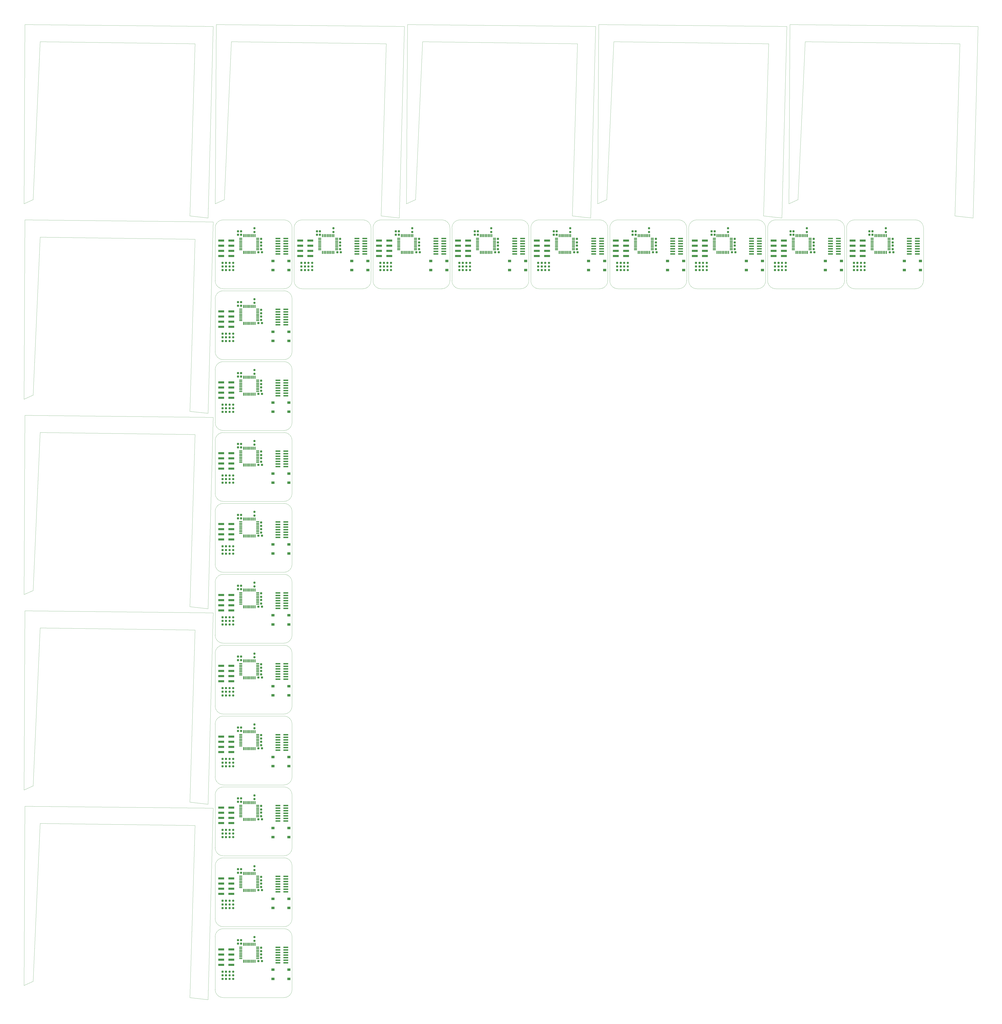
<source format=gbr>
%TF.GenerationSoftware,KiCad,Pcbnew,7.0.6-7.0.6~ubuntu20.04.1*%
%TF.CreationDate,2023-07-11T09:00:34+02:00*%
%TF.ProjectId,output_panel2023-07-11_070008.8206480000,6f757470-7574-45f7-9061-6e656c323032,rev?*%
%TF.SameCoordinates,Original*%
%TF.FileFunction,Paste,Top*%
%TF.FilePolarity,Positive*%
%FSLAX45Y45*%
G04 Gerber Fmt 4.5, Leading zero omitted, Abs format (unit mm)*
G04 Created by KiCad (PCBNEW 7.0.6-7.0.6~ubuntu20.04.1) date 2023-07-11 09:00:34*
%MOMM*%
%LPD*%
G01*
G04 APERTURE LIST*
G04 Aperture macros list*
%AMRoundRect*
0 Rectangle with rounded corners*
0 $1 Rounding radius*
0 $2 $3 $4 $5 $6 $7 $8 $9 X,Y pos of 4 corners*
0 Add a 4 corners polygon primitive as box body*
4,1,4,$2,$3,$4,$5,$6,$7,$8,$9,$2,$3,0*
0 Add four circle primitives for the rounded corners*
1,1,$1+$1,$2,$3*
1,1,$1+$1,$4,$5*
1,1,$1+$1,$6,$7*
1,1,$1+$1,$8,$9*
0 Add four rect primitives between the rounded corners*
20,1,$1+$1,$2,$3,$4,$5,0*
20,1,$1+$1,$4,$5,$6,$7,0*
20,1,$1+$1,$6,$7,$8,$9,0*
20,1,$1+$1,$8,$9,$2,$3,0*%
G04 Aperture macros list end*
%TA.AperFunction,Profile*%
%ADD10C,0.100000*%
%TD*%
%TA.AperFunction,Profile*%
%ADD11C,0.050000*%
%TD*%
%ADD12RoundRect,0.237500X0.287500X0.237500X-0.287500X0.237500X-0.287500X-0.237500X0.287500X-0.237500X0*%
%ADD13R,2.400000X0.740000*%
%ADD14RoundRect,0.237500X-0.250000X-0.237500X0.250000X-0.237500X0.250000X0.237500X-0.250000X0.237500X0*%
%ADD15RoundRect,0.125000X0.625000X0.125000X-0.625000X0.125000X-0.625000X-0.125000X0.625000X-0.125000X0*%
%ADD16RoundRect,0.125000X0.125000X0.625000X-0.125000X0.625000X-0.125000X-0.625000X0.125000X-0.625000X0*%
%ADD17RoundRect,0.237500X-0.300000X-0.237500X0.300000X-0.237500X0.300000X0.237500X-0.300000X0.237500X0*%
%ADD18RoundRect,0.237500X0.237500X-0.300000X0.237500X0.300000X-0.237500X0.300000X-0.237500X-0.300000X0*%
%ADD19R,1.550000X1.300000*%
%ADD20RoundRect,0.237500X0.237500X-0.250000X0.237500X0.250000X-0.237500X0.250000X-0.237500X-0.250000X0*%
%ADD21R,3.000000X1.000000*%
G04 APERTURE END LIST*
D10*
X36799979Y-12699691D02*
G75*
G03*
X37199982Y-13099691I400001J1D01*
G01*
X32799979Y-10099691D02*
G75*
G03*
X32399982Y-9699691I-399999J1D01*
G01*
D11*
X9149999Y-9599997D02*
X8249999Y-9499997D01*
D10*
X25099979Y-12699691D02*
G75*
G03*
X25499982Y-13099691I400001J1D01*
G01*
X41099982Y-9699692D02*
G75*
G03*
X40699982Y-10099691I-2J-399998D01*
G01*
X9899982Y-44699692D02*
G75*
G03*
X9499982Y-45099691I-2J-399998D01*
G01*
X41099982Y-9699691D02*
X44099982Y-9699691D01*
X13299979Y-10099691D02*
G75*
G03*
X12899982Y-9699691I-399999J1D01*
G01*
D11*
X17699981Y-9499997D02*
X17949981Y-999997D01*
X849999Y-20199380D02*
X499999Y-27999380D01*
D10*
X9899982Y-34199692D02*
G75*
G03*
X9499982Y-34599691I-2J-399998D01*
G01*
D11*
X49999Y-8899997D02*
X99999Y-49997D01*
D10*
X32799982Y-10099691D02*
X32799982Y-12699691D01*
X33299982Y-9699692D02*
G75*
G03*
X32899982Y-10099691I-2J-399998D01*
G01*
D11*
X8499999Y-39598762D02*
X849999Y-39498762D01*
D10*
X21199979Y-12699691D02*
G75*
G03*
X21599982Y-13099691I400001J1D01*
G01*
X9899982Y-13199692D02*
G75*
G03*
X9499982Y-13599691I-2J-399998D01*
G01*
X21599982Y-9699691D02*
X24599982Y-9699691D01*
X37199982Y-9699692D02*
G75*
G03*
X36799982Y-10099691I-2J-399998D01*
G01*
D11*
X19749963Y-899997D02*
X19399963Y-8699997D01*
D10*
X13299982Y-31099691D02*
X13299982Y-33699691D01*
X9899982Y-16699692D02*
G75*
G03*
X9499982Y-17099691I-2J-399998D01*
G01*
X9499982Y-26699691D02*
X9499982Y-24099691D01*
X13299982Y-34599691D02*
X13299982Y-37199691D01*
D11*
X8499999Y-10649688D02*
X849999Y-10549688D01*
X37849926Y-8899997D02*
X37899926Y-49997D01*
X49999Y-47498762D02*
X99999Y-38648762D01*
X27149963Y-9499997D02*
X27399963Y-999997D01*
X18949963Y-8899997D02*
X18999963Y-49997D01*
D10*
X9899982Y-9699692D02*
G75*
G03*
X9499982Y-10099691I-2J-399998D01*
G01*
X28899979Y-10099691D02*
G75*
G03*
X28499982Y-9699691I-399999J1D01*
G01*
X9499979Y-23199691D02*
G75*
G03*
X9899982Y-23599691I400001J1D01*
G01*
D11*
X18849981Y-149997D02*
X18599981Y-9599997D01*
D10*
X17199982Y-10099691D02*
X17199982Y-12699691D01*
D11*
X8249999Y-19149688D02*
X8499999Y-10649688D01*
X9949981Y-8699997D02*
X9499981Y-8899997D01*
X9149999Y-48198762D02*
X8249999Y-48098762D01*
D10*
X17299982Y-12699691D02*
X17299982Y-10099691D01*
X13299982Y-24099691D02*
X13299982Y-26699691D01*
D11*
X47199926Y-149997D02*
X46949926Y-9599997D01*
X9399999Y-149997D02*
X9149999Y-9599997D01*
D10*
X20699982Y-13099691D02*
X17699982Y-13099691D01*
X28499982Y-13099692D02*
G75*
G03*
X28899982Y-12699691I-2J400002D01*
G01*
X12899982Y-16599692D02*
G75*
G03*
X13299982Y-16199691I-2J400002D01*
G01*
X13399979Y-12699691D02*
G75*
G03*
X13799982Y-13099691I400001J1D01*
G01*
X9899982Y-34199691D02*
X12899982Y-34199691D01*
D11*
X8499999Y-20299380D02*
X849999Y-20199380D01*
D10*
X32399982Y-13099691D02*
X29399982Y-13099691D01*
X21599982Y-9699692D02*
G75*
G03*
X21199982Y-10099691I-2J-399998D01*
G01*
D11*
X849999Y-29849071D02*
X499999Y-37649071D01*
D10*
X40699979Y-12699691D02*
G75*
G03*
X41099982Y-13099691I400001J1D01*
G01*
X13299979Y-31099691D02*
G75*
G03*
X12899982Y-30699691I-399999J1D01*
G01*
D11*
X499999Y-8699997D02*
X49999Y-8899997D01*
X49999Y-28199380D02*
X99999Y-19349380D01*
D10*
X25499982Y-9699692D02*
G75*
G03*
X25099982Y-10099691I-2J-399998D01*
G01*
X9499979Y-26699691D02*
G75*
G03*
X9899982Y-27099691I400001J1D01*
G01*
D11*
X499999Y-47298762D02*
X49999Y-47498762D01*
X28849944Y-8699997D02*
X28399944Y-8899997D01*
D10*
X12899982Y-13099692D02*
G75*
G03*
X13299982Y-12699691I-2J400002D01*
G01*
X33299982Y-9699691D02*
X36299982Y-9699691D01*
X16799982Y-13099691D02*
X13799982Y-13099691D01*
X12899982Y-30599692D02*
G75*
G03*
X13299982Y-30199691I-2J400002D01*
G01*
X16799982Y-13099692D02*
G75*
G03*
X17199982Y-12699691I-2J400002D01*
G01*
X12899982Y-27099691D02*
X9899982Y-27099691D01*
X24999979Y-10099691D02*
G75*
G03*
X24599982Y-9699691I-399999J1D01*
G01*
D11*
X499999Y-27999380D02*
X49999Y-28199380D01*
D10*
X12899982Y-23599692D02*
G75*
G03*
X13299982Y-23199691I-2J400002D01*
G01*
D11*
X99999Y-9699688D02*
X9399999Y-9799688D01*
X8499999Y-999997D02*
X849999Y-899997D01*
D10*
X9899982Y-30699692D02*
G75*
G03*
X9499982Y-31099691I-2J-399998D01*
G01*
X9499979Y-30199691D02*
G75*
G03*
X9899982Y-30599691I400001J1D01*
G01*
X9499982Y-47699691D02*
X9499982Y-45099691D01*
D11*
X28049963Y-9599997D02*
X27149963Y-9499997D01*
X9499981Y-8899997D02*
X9549981Y-49997D01*
D10*
X13299979Y-27599691D02*
G75*
G03*
X12899982Y-27199691I-399999J1D01*
G01*
X36699982Y-10099691D02*
X36699982Y-12699691D01*
X9899982Y-23699691D02*
X12899982Y-23699691D01*
X9899982Y-16699691D02*
X12899982Y-16699691D01*
D11*
X849999Y-39498762D02*
X499999Y-47298762D01*
D10*
X13299982Y-41599691D02*
X13299982Y-44199691D01*
X9499979Y-40699691D02*
G75*
G03*
X9899982Y-41099691I400001J1D01*
G01*
X28999982Y-12699691D02*
X28999982Y-10099691D01*
D11*
X29199944Y-899997D02*
X28849944Y-8699997D01*
X8249999Y-28799380D02*
X8499999Y-20299380D01*
D10*
X13299982Y-27599691D02*
X13299982Y-30199691D01*
X44099982Y-13099692D02*
G75*
G03*
X44499982Y-12699691I-2J400002D01*
G01*
D11*
X9399999Y-19449380D02*
X9149999Y-28899380D01*
X9399999Y-9799688D02*
X9149999Y-19249688D01*
D10*
X17199979Y-10099691D02*
G75*
G03*
X16799982Y-9699691I-399999J1D01*
G01*
X9499982Y-16199691D02*
X9499982Y-13599691D01*
X24999982Y-10099691D02*
X24999982Y-12699691D01*
X9499979Y-19699691D02*
G75*
G03*
X9899982Y-20099691I400001J1D01*
G01*
X9499979Y-33699691D02*
G75*
G03*
X9899982Y-34099691I400001J1D01*
G01*
X12899982Y-41099692D02*
G75*
G03*
X13299982Y-40699691I-2J400002D01*
G01*
X37199982Y-9699691D02*
X40199982Y-9699691D01*
D11*
X19399963Y-8699997D02*
X18949963Y-8899997D01*
D10*
X13299979Y-45099691D02*
G75*
G03*
X12899982Y-44699691I-399999J1D01*
G01*
X13299982Y-20599691D02*
X13299982Y-23199691D01*
D11*
X8249999Y-9499997D02*
X8499999Y-999997D01*
D10*
X9499982Y-40699691D02*
X9499982Y-38099691D01*
X9499982Y-44199691D02*
X9499982Y-41599691D01*
X13299979Y-17099691D02*
G75*
G03*
X12899982Y-16699691I-399999J1D01*
G01*
D11*
X99999Y-38648762D02*
X9399999Y-38748762D01*
D10*
X13299982Y-17099691D02*
X13299982Y-19699691D01*
X40199982Y-13099692D02*
G75*
G03*
X40599982Y-12699691I-2J400002D01*
G01*
X13299979Y-38099691D02*
G75*
G03*
X12899982Y-37699691I-399999J1D01*
G01*
X13299979Y-41599691D02*
G75*
G03*
X12899982Y-41199691I-399999J1D01*
G01*
X44099982Y-13099691D02*
X41099982Y-13099691D01*
X40699982Y-12699691D02*
X40699982Y-10099691D01*
X24599982Y-13099692D02*
G75*
G03*
X24999982Y-12699691I-2J400002D01*
G01*
D11*
X28299963Y-149997D02*
X28049963Y-9599997D01*
X49999Y-18549688D02*
X99999Y-9699688D01*
X9399999Y-29099071D02*
X9149999Y-38549071D01*
D10*
X36699979Y-10099691D02*
G75*
G03*
X36299982Y-9699691I-399999J1D01*
G01*
D11*
X849999Y-899997D02*
X499999Y-8699997D01*
D10*
X13299982Y-45099691D02*
X13299982Y-47699691D01*
X12899982Y-48099692D02*
G75*
G03*
X13299982Y-47699691I-2J400002D01*
G01*
X9499979Y-44199691D02*
G75*
G03*
X9899982Y-44599691I400001J1D01*
G01*
X28899982Y-10099691D02*
X28899982Y-12699691D01*
X13299982Y-38099691D02*
X13299982Y-40699691D01*
D11*
X28399944Y-8899997D02*
X28449944Y-49997D01*
D10*
X9899982Y-44699691D02*
X12899982Y-44699691D01*
D11*
X36849944Y-999997D02*
X29199944Y-899997D01*
D10*
X44499979Y-10099691D02*
G75*
G03*
X44099982Y-9699691I-399999J1D01*
G01*
X21099982Y-10099691D02*
X21099982Y-12699691D01*
D11*
X18599981Y-9599997D02*
X17699981Y-9499997D01*
D10*
X9499982Y-37199691D02*
X9499982Y-34599691D01*
X25499982Y-9699691D02*
X28499982Y-9699691D01*
X9899982Y-20199691D02*
X12899982Y-20199691D01*
X9499979Y-37199691D02*
G75*
G03*
X9899982Y-37599691I400001J1D01*
G01*
D11*
X46049926Y-9499997D02*
X46299926Y-999997D01*
X37499944Y-9599997D02*
X36599944Y-9499997D01*
D10*
X9899982Y-37699691D02*
X12899982Y-37699691D01*
X13299979Y-34599691D02*
G75*
G03*
X12899982Y-34199691I-399999J1D01*
G01*
X29399982Y-9699692D02*
G75*
G03*
X28999982Y-10099691I-2J-399998D01*
G01*
X28499982Y-13099691D02*
X25499982Y-13099691D01*
X20699982Y-13099692D02*
G75*
G03*
X21099982Y-12699691I-2J400002D01*
G01*
X12899982Y-37599691D02*
X9899982Y-37599691D01*
X12899982Y-16599691D02*
X9899982Y-16599691D01*
X13399982Y-12699691D02*
X13399982Y-10099691D01*
D11*
X18999963Y-49997D02*
X28299963Y-149997D01*
X8499999Y-29949071D02*
X849999Y-29849071D01*
D10*
X9499979Y-47699691D02*
G75*
G03*
X9899982Y-48099691I400001J1D01*
G01*
X9499979Y-16199691D02*
G75*
G03*
X9899982Y-16599691I400001J1D01*
G01*
D11*
X499999Y-37649071D02*
X49999Y-37849071D01*
D10*
X32899982Y-12699691D02*
X32899982Y-10099691D01*
D11*
X28449944Y-49997D02*
X37749944Y-149997D01*
X8249999Y-38449071D02*
X8499999Y-29949071D01*
D10*
X9499979Y-12699691D02*
G75*
G03*
X9899982Y-13099691I400001J1D01*
G01*
D11*
X9149999Y-19249688D02*
X8249999Y-19149688D01*
D10*
X9899982Y-41199692D02*
G75*
G03*
X9499982Y-41599691I-2J-399998D01*
G01*
X13299982Y-10099691D02*
X13299982Y-12699691D01*
X24599982Y-13099691D02*
X21599982Y-13099691D01*
D11*
X9399999Y-38748762D02*
X9149999Y-48198762D01*
X37749944Y-149997D02*
X37499944Y-9599997D01*
D10*
X9499982Y-23199691D02*
X9499982Y-20599691D01*
D11*
X46299926Y-999997D02*
X38649926Y-899997D01*
X38299926Y-8699997D02*
X37849926Y-8899997D01*
D10*
X9499982Y-19699691D02*
X9499982Y-17099691D01*
X12899982Y-41099691D02*
X9899982Y-41099691D01*
X9499982Y-30199691D02*
X9499982Y-27599691D01*
D11*
X99999Y-19349380D02*
X9399999Y-19449380D01*
D10*
X13299979Y-24099691D02*
G75*
G03*
X12899982Y-23699691I-399999J1D01*
G01*
D11*
X499999Y-18349688D02*
X49999Y-18549688D01*
X849999Y-10549688D02*
X499999Y-18349688D01*
D10*
X9899982Y-20199692D02*
G75*
G03*
X9499982Y-20599691I-2J-399998D01*
G01*
X36299982Y-13099691D02*
X33299982Y-13099691D01*
X40599982Y-10099691D02*
X40599982Y-12699691D01*
D11*
X10299981Y-899997D02*
X9949981Y-8699997D01*
D10*
X28999979Y-12699691D02*
G75*
G03*
X29399982Y-13099691I400001J1D01*
G01*
X9899982Y-9699691D02*
X12899982Y-9699691D01*
X17699982Y-9699691D02*
X20699982Y-9699691D01*
X17699982Y-9699692D02*
G75*
G03*
X17299982Y-10099691I-2J-399998D01*
G01*
X13799982Y-9699691D02*
X16799982Y-9699691D01*
X12899982Y-44599691D02*
X9899982Y-44599691D01*
D11*
X9149999Y-38549071D02*
X8249999Y-38449071D01*
D10*
X12899982Y-27099692D02*
G75*
G03*
X13299982Y-26699691I-2J400002D01*
G01*
X13299979Y-13599691D02*
G75*
G03*
X12899982Y-13199691I-399999J1D01*
G01*
D11*
X49999Y-37849071D02*
X99999Y-28999071D01*
X27399963Y-999997D02*
X19749963Y-899997D01*
D10*
X9899982Y-41199691D02*
X12899982Y-41199691D01*
X12899982Y-34099692D02*
G75*
G03*
X13299982Y-33699691I-2J400002D01*
G01*
D11*
X99999Y-49997D02*
X9399999Y-149997D01*
D10*
X9899982Y-27199692D02*
G75*
G03*
X9499982Y-27599691I-2J-399998D01*
G01*
X12899982Y-23599691D02*
X9899982Y-23599691D01*
X40599979Y-10099691D02*
G75*
G03*
X40199982Y-9699691I-399999J1D01*
G01*
D11*
X17949981Y-999997D02*
X10299981Y-899997D01*
D10*
X9899982Y-13199691D02*
X12899982Y-13199691D01*
X9899982Y-30699691D02*
X12899982Y-30699691D01*
X12899982Y-30599691D02*
X9899982Y-30599691D01*
D11*
X99999Y-28999071D02*
X9399999Y-29099071D01*
D10*
X12899982Y-13099691D02*
X9899982Y-13099691D01*
D11*
X9149999Y-28899380D02*
X8249999Y-28799380D01*
X38649926Y-899997D02*
X38299926Y-8699997D01*
D10*
X9899982Y-23699692D02*
G75*
G03*
X9499982Y-24099691I-2J-399998D01*
G01*
X21099979Y-10099691D02*
G75*
G03*
X20699982Y-9699691I-399999J1D01*
G01*
X36799982Y-12699691D02*
X36799982Y-10099691D01*
X13799982Y-9699692D02*
G75*
G03*
X13399982Y-10099691I-2J-399998D01*
G01*
X9899982Y-37699692D02*
G75*
G03*
X9499982Y-38099691I-2J-399998D01*
G01*
X12899982Y-44599692D02*
G75*
G03*
X13299982Y-44199691I-2J400002D01*
G01*
X29399982Y-9699691D02*
X32399982Y-9699691D01*
X17299979Y-12699691D02*
G75*
G03*
X17699982Y-13099691I400001J1D01*
G01*
D11*
X46949926Y-9599997D02*
X46049926Y-9499997D01*
D10*
X12899982Y-20099691D02*
X9899982Y-20099691D01*
X9899982Y-27199691D02*
X12899982Y-27199691D01*
X12899982Y-20099692D02*
G75*
G03*
X13299982Y-19699691I-2J400002D01*
G01*
X9499982Y-12699691D02*
X9499982Y-10099691D01*
X12899982Y-34099691D02*
X9899982Y-34099691D01*
X25099982Y-12699691D02*
X25099982Y-10099691D01*
X21199982Y-12699691D02*
X21199982Y-10099691D01*
X13299979Y-20599691D02*
G75*
G03*
X12899982Y-20199691I-399999J1D01*
G01*
D11*
X36599944Y-9499997D02*
X36849944Y-999997D01*
X9549981Y-49997D02*
X18849981Y-149997D01*
D10*
X12899982Y-48099691D02*
X9899982Y-48099691D01*
X9499982Y-33699691D02*
X9499982Y-31099691D01*
D11*
X8249999Y-48098762D02*
X8499999Y-39598762D01*
D10*
X44499982Y-10099691D02*
X44499982Y-12699691D01*
X36299982Y-13099692D02*
G75*
G03*
X36699982Y-12699691I-2J400002D01*
G01*
X32399982Y-13099692D02*
G75*
G03*
X32799982Y-12699691I-2J400002D01*
G01*
X12899982Y-37599692D02*
G75*
G03*
X13299982Y-37199691I-2J400002D01*
G01*
X32899979Y-12699691D02*
G75*
G03*
X33299982Y-13099691I400001J1D01*
G01*
D11*
X37899926Y-49997D02*
X47199926Y-149997D01*
D10*
X13299982Y-13599691D02*
X13299982Y-16199691D01*
X40199982Y-13099691D02*
X37199982Y-13099691D01*
D12*
X17839357Y-11819691D03*
X17664357Y-11819691D03*
D13*
X12994982Y-18380691D03*
X12604982Y-18380691D03*
X12994982Y-18253691D03*
X12604982Y-18253691D03*
X12994982Y-18126691D03*
X12604982Y-18126691D03*
X12994982Y-17999691D03*
X12604982Y-17999691D03*
X12994982Y-17872691D03*
X12604982Y-17872691D03*
X12994982Y-17745691D03*
X12604982Y-17745691D03*
X12994982Y-17618691D03*
X12604982Y-17618691D03*
D14*
X10210607Y-29679691D03*
X10393107Y-29679691D03*
D15*
X11602482Y-25169691D03*
X11602482Y-25089691D03*
X11602482Y-25009691D03*
X11602482Y-24929691D03*
X11602482Y-24849691D03*
X11602482Y-24769691D03*
X11602482Y-24689691D03*
X11602482Y-24609691D03*
D16*
X11464982Y-24472191D03*
X11384982Y-24472191D03*
X11304982Y-24472191D03*
X11224982Y-24472191D03*
X11144982Y-24472191D03*
X11064982Y-24472191D03*
X10984982Y-24472191D03*
X10904982Y-24472191D03*
D15*
X10767482Y-24609691D03*
X10767482Y-24689691D03*
X10767482Y-24769691D03*
X10767482Y-24849691D03*
X10767482Y-24929691D03*
X10767482Y-25009691D03*
X10767482Y-25089691D03*
X10767482Y-25169691D03*
D16*
X10904982Y-25307191D03*
X10984982Y-25307191D03*
X11064982Y-25307191D03*
X11144982Y-25307191D03*
X11224982Y-25307191D03*
X11304982Y-25307191D03*
X11384982Y-25307191D03*
X11464982Y-25307191D03*
D12*
X10039357Y-46999691D03*
X9864357Y-46999691D03*
D17*
X31138982Y-11293691D03*
X31311482Y-11293691D03*
D18*
X26379982Y-10435941D03*
X26379982Y-10263441D03*
D12*
X21739357Y-11999691D03*
X21564357Y-11999691D03*
D14*
X10210607Y-18819691D03*
X10393107Y-18819691D03*
D18*
X10629982Y-24435941D03*
X10629982Y-24263441D03*
D14*
X10210607Y-36679691D03*
X10393107Y-36679691D03*
D18*
X23475982Y-11141191D03*
X23475982Y-10968691D03*
D15*
X15502482Y-11169691D03*
X15502482Y-11089691D03*
X15502482Y-11009691D03*
X15502482Y-10929691D03*
X15502482Y-10849691D03*
X15502482Y-10769691D03*
X15502482Y-10689691D03*
X15502482Y-10609691D03*
D16*
X15364982Y-10472191D03*
X15284982Y-10472191D03*
X15204982Y-10472191D03*
X15124982Y-10472191D03*
X15044982Y-10472191D03*
X14964982Y-10472191D03*
X14884982Y-10472191D03*
X14804982Y-10472191D03*
D15*
X14667482Y-10609691D03*
X14667482Y-10689691D03*
X14667482Y-10769691D03*
X14667482Y-10849691D03*
X14667482Y-10929691D03*
X14667482Y-11009691D03*
X14667482Y-11089691D03*
X14667482Y-11169691D03*
D16*
X14804982Y-11307191D03*
X14884982Y-11307191D03*
X14964982Y-11307191D03*
X15044982Y-11307191D03*
X15124982Y-11307191D03*
X15204982Y-11307191D03*
X15284982Y-11307191D03*
X15364982Y-11307191D03*
D12*
X13939357Y-12179691D03*
X13764357Y-12179691D03*
D19*
X13147482Y-19174691D03*
X12352482Y-19174691D03*
X13147482Y-18724691D03*
X12352482Y-18724691D03*
X13147482Y-12174691D03*
X12352482Y-12174691D03*
X13147482Y-11724691D03*
X12352482Y-11724691D03*
D13*
X12994982Y-46380691D03*
X12604982Y-46380691D03*
X12994982Y-46253691D03*
X12604982Y-46253691D03*
X12994982Y-46126691D03*
X12604982Y-46126691D03*
X12994982Y-45999691D03*
X12604982Y-45999691D03*
X12994982Y-45872691D03*
X12604982Y-45872691D03*
X12994982Y-45745691D03*
X12604982Y-45745691D03*
X12994982Y-45618691D03*
X12604982Y-45618691D03*
D12*
X10039357Y-15679691D03*
X9864357Y-15679691D03*
D18*
X10779982Y-10435941D03*
X10779982Y-10263441D03*
X35175982Y-10810941D03*
X35175982Y-10638441D03*
D20*
X34841982Y-10297941D03*
X34841982Y-10115441D03*
D17*
X11638982Y-14793691D03*
X11811482Y-14793691D03*
D18*
X11775982Y-38810941D03*
X11775982Y-38638441D03*
D14*
X41410607Y-11819691D03*
X41593107Y-11819691D03*
D18*
X11775982Y-31810941D03*
X11775982Y-31638441D03*
D19*
X13147482Y-43674691D03*
X12352482Y-43674691D03*
X13147482Y-43224691D03*
X12352482Y-43224691D03*
D18*
X10629982Y-20935941D03*
X10629982Y-20763441D03*
X23475982Y-10810941D03*
X23475982Y-10638441D03*
D12*
X25639357Y-11999691D03*
X25464357Y-11999691D03*
X33439357Y-11819691D03*
X33264357Y-11819691D03*
X10039357Y-15499691D03*
X9864357Y-15499691D03*
D14*
X10210607Y-15319691D03*
X10393107Y-15319691D03*
D18*
X11775982Y-14641191D03*
X11775982Y-14468691D03*
X10779982Y-41935941D03*
X10779982Y-41763441D03*
D12*
X10039357Y-36499691D03*
X9864357Y-36499691D03*
D15*
X11602482Y-39169691D03*
X11602482Y-39089691D03*
X11602482Y-39009691D03*
X11602482Y-38929691D03*
X11602482Y-38849691D03*
X11602482Y-38769691D03*
X11602482Y-38689691D03*
X11602482Y-38609691D03*
D16*
X11464982Y-38472191D03*
X11384982Y-38472191D03*
X11304982Y-38472191D03*
X11224982Y-38472191D03*
X11144982Y-38472191D03*
X11064982Y-38472191D03*
X10984982Y-38472191D03*
X10904982Y-38472191D03*
D15*
X10767482Y-38609691D03*
X10767482Y-38689691D03*
X10767482Y-38769691D03*
X10767482Y-38849691D03*
X10767482Y-38929691D03*
X10767482Y-39009691D03*
X10767482Y-39089691D03*
X10767482Y-39169691D03*
D16*
X10904982Y-39307191D03*
X10984982Y-39307191D03*
X11064982Y-39307191D03*
X11144982Y-39307191D03*
X11224982Y-39307191D03*
X11304982Y-39307191D03*
X11384982Y-39307191D03*
X11464982Y-39307191D03*
D14*
X14110607Y-11999691D03*
X14293107Y-11999691D03*
D18*
X11775982Y-35310941D03*
X11775982Y-35138441D03*
D12*
X29539357Y-12179691D03*
X29364357Y-12179691D03*
D14*
X10210607Y-18999691D03*
X10393107Y-18999691D03*
D21*
X9797982Y-18480691D03*
X10301982Y-18480691D03*
X9797982Y-18226691D03*
X10301982Y-18226691D03*
X9797982Y-17972691D03*
X10301982Y-17972691D03*
X9797982Y-17718691D03*
X10301982Y-17718691D03*
D14*
X33610607Y-11999691D03*
X33793107Y-11999691D03*
D12*
X10039357Y-22319691D03*
X9864357Y-22319691D03*
D15*
X11602482Y-32169691D03*
X11602482Y-32089691D03*
X11602482Y-32009691D03*
X11602482Y-31929691D03*
X11602482Y-31849691D03*
X11602482Y-31769691D03*
X11602482Y-31689691D03*
X11602482Y-31609691D03*
D16*
X11464982Y-31472191D03*
X11384982Y-31472191D03*
X11304982Y-31472191D03*
X11224982Y-31472191D03*
X11144982Y-31472191D03*
X11064982Y-31472191D03*
X10984982Y-31472191D03*
X10904982Y-31472191D03*
D15*
X10767482Y-31609691D03*
X10767482Y-31689691D03*
X10767482Y-31769691D03*
X10767482Y-31849691D03*
X10767482Y-31929691D03*
X10767482Y-32009691D03*
X10767482Y-32089691D03*
X10767482Y-32169691D03*
D16*
X10904982Y-32307191D03*
X10984982Y-32307191D03*
X11064982Y-32307191D03*
X11144982Y-32307191D03*
X11224982Y-32307191D03*
X11304982Y-32307191D03*
X11384982Y-32307191D03*
X11464982Y-32307191D03*
D19*
X40447482Y-12174691D03*
X39652482Y-12174691D03*
X40447482Y-11724691D03*
X39652482Y-11724691D03*
D21*
X13697982Y-11480691D03*
X14201982Y-11480691D03*
X13697982Y-11226691D03*
X14201982Y-11226691D03*
X13697982Y-10972691D03*
X14201982Y-10972691D03*
X13697982Y-10718691D03*
X14201982Y-10718691D03*
D17*
X15538982Y-11293691D03*
X15711482Y-11293691D03*
D12*
X10039357Y-29679691D03*
X9864357Y-29679691D03*
D14*
X21910607Y-11819691D03*
X22093107Y-11819691D03*
D18*
X10779982Y-17435941D03*
X10779982Y-17263441D03*
D15*
X11602482Y-21669691D03*
X11602482Y-21589691D03*
X11602482Y-21509691D03*
X11602482Y-21429691D03*
X11602482Y-21349691D03*
X11602482Y-21269691D03*
X11602482Y-21189691D03*
X11602482Y-21109691D03*
D16*
X11464982Y-20972191D03*
X11384982Y-20972191D03*
X11304982Y-20972191D03*
X11224982Y-20972191D03*
X11144982Y-20972191D03*
X11064982Y-20972191D03*
X10984982Y-20972191D03*
X10904982Y-20972191D03*
D15*
X10767482Y-21109691D03*
X10767482Y-21189691D03*
X10767482Y-21269691D03*
X10767482Y-21349691D03*
X10767482Y-21429691D03*
X10767482Y-21509691D03*
X10767482Y-21589691D03*
X10767482Y-21669691D03*
D16*
X10904982Y-21807191D03*
X10984982Y-21807191D03*
X11064982Y-21807191D03*
X11144982Y-21807191D03*
X11224982Y-21807191D03*
X11304982Y-21807191D03*
X11384982Y-21807191D03*
X11464982Y-21807191D03*
D15*
X27202482Y-11169691D03*
X27202482Y-11089691D03*
X27202482Y-11009691D03*
X27202482Y-10929691D03*
X27202482Y-10849691D03*
X27202482Y-10769691D03*
X27202482Y-10689691D03*
X27202482Y-10609691D03*
D16*
X27064982Y-10472191D03*
X26984982Y-10472191D03*
X26904982Y-10472191D03*
X26824982Y-10472191D03*
X26744982Y-10472191D03*
X26664982Y-10472191D03*
X26584982Y-10472191D03*
X26504982Y-10472191D03*
D15*
X26367482Y-10609691D03*
X26367482Y-10689691D03*
X26367482Y-10769691D03*
X26367482Y-10849691D03*
X26367482Y-10929691D03*
X26367482Y-11009691D03*
X26367482Y-11089691D03*
X26367482Y-11169691D03*
D16*
X26504982Y-11307191D03*
X26584982Y-11307191D03*
X26664982Y-11307191D03*
X26744982Y-11307191D03*
X26824982Y-11307191D03*
X26904982Y-11307191D03*
X26984982Y-11307191D03*
X27064982Y-11307191D03*
D12*
X10039357Y-39819691D03*
X9864357Y-39819691D03*
X33439357Y-11999691D03*
X33264357Y-11999691D03*
D15*
X19402482Y-11169691D03*
X19402482Y-11089691D03*
X19402482Y-11009691D03*
X19402482Y-10929691D03*
X19402482Y-10849691D03*
X19402482Y-10769691D03*
X19402482Y-10689691D03*
X19402482Y-10609691D03*
D16*
X19264982Y-10472191D03*
X19184982Y-10472191D03*
X19104982Y-10472191D03*
X19024982Y-10472191D03*
X18944982Y-10472191D03*
X18864982Y-10472191D03*
X18784982Y-10472191D03*
X18704982Y-10472191D03*
D15*
X18567482Y-10609691D03*
X18567482Y-10689691D03*
X18567482Y-10769691D03*
X18567482Y-10849691D03*
X18567482Y-10929691D03*
X18567482Y-11009691D03*
X18567482Y-11089691D03*
X18567482Y-11169691D03*
D16*
X18704982Y-11307191D03*
X18784982Y-11307191D03*
X18864982Y-11307191D03*
X18944982Y-11307191D03*
X19024982Y-11307191D03*
X19104982Y-11307191D03*
X19184982Y-11307191D03*
X19264982Y-11307191D03*
D18*
X11775982Y-11141191D03*
X11775982Y-10968691D03*
D13*
X12994982Y-11380691D03*
X12604982Y-11380691D03*
X12994982Y-11253691D03*
X12604982Y-11253691D03*
X12994982Y-11126691D03*
X12604982Y-11126691D03*
X12994982Y-10999691D03*
X12604982Y-10999691D03*
X12994982Y-10872691D03*
X12604982Y-10872691D03*
X12994982Y-10745691D03*
X12604982Y-10745691D03*
X12994982Y-10618691D03*
X12604982Y-10618691D03*
D18*
X11775982Y-45810941D03*
X11775982Y-45638441D03*
D14*
X10210607Y-26179691D03*
X10393107Y-26179691D03*
D19*
X28747482Y-12174691D03*
X27952482Y-12174691D03*
X28747482Y-11724691D03*
X27952482Y-11724691D03*
D18*
X39075982Y-11141191D03*
X39075982Y-10968691D03*
X14679982Y-10435941D03*
X14679982Y-10263441D03*
D14*
X18010607Y-11819691D03*
X18193107Y-11819691D03*
D20*
X11441982Y-27797941D03*
X11441982Y-27615441D03*
D18*
X30129982Y-10435941D03*
X30129982Y-10263441D03*
X22329982Y-10435941D03*
X22329982Y-10263441D03*
D14*
X29710607Y-11999691D03*
X29893107Y-11999691D03*
D18*
X31275982Y-10810941D03*
X31275982Y-10638441D03*
D14*
X14110607Y-12179691D03*
X14293107Y-12179691D03*
X21910607Y-12179691D03*
X22093107Y-12179691D03*
X18010607Y-12179691D03*
X18193107Y-12179691D03*
D20*
X11441982Y-31297941D03*
X11441982Y-31115441D03*
D12*
X10039357Y-25819691D03*
X9864357Y-25819691D03*
D14*
X10210607Y-43679691D03*
X10393107Y-43679691D03*
D18*
X31275982Y-11141191D03*
X31275982Y-10968691D03*
D17*
X27238982Y-11293691D03*
X27411482Y-11293691D03*
D12*
X10039357Y-29319691D03*
X9864357Y-29319691D03*
D21*
X9797982Y-35980691D03*
X10301982Y-35980691D03*
X9797982Y-35726691D03*
X10301982Y-35726691D03*
X9797982Y-35472691D03*
X10301982Y-35472691D03*
X9797982Y-35218691D03*
X10301982Y-35218691D03*
D20*
X11441982Y-41797941D03*
X11441982Y-41615441D03*
D14*
X21910607Y-11999691D03*
X22093107Y-11999691D03*
D19*
X13147482Y-29674691D03*
X12352482Y-29674691D03*
X13147482Y-29224691D03*
X12352482Y-29224691D03*
D12*
X41239357Y-11819691D03*
X41064357Y-11819691D03*
X10039357Y-25999691D03*
X9864357Y-25999691D03*
X17839357Y-12179691D03*
X17664357Y-12179691D03*
D21*
X29297982Y-11480691D03*
X29801982Y-11480691D03*
X29297982Y-11226691D03*
X29801982Y-11226691D03*
X29297982Y-10972691D03*
X29801982Y-10972691D03*
X29297982Y-10718691D03*
X29801982Y-10718691D03*
D19*
X32647482Y-12174691D03*
X31852482Y-12174691D03*
X32647482Y-11724691D03*
X31852482Y-11724691D03*
D17*
X11638982Y-21793691D03*
X11811482Y-21793691D03*
D18*
X38079982Y-10435941D03*
X38079982Y-10263441D03*
D15*
X38902482Y-11169691D03*
X38902482Y-11089691D03*
X38902482Y-11009691D03*
X38902482Y-10929691D03*
X38902482Y-10849691D03*
X38902482Y-10769691D03*
X38902482Y-10689691D03*
X38902482Y-10609691D03*
D16*
X38764982Y-10472191D03*
X38684982Y-10472191D03*
X38604982Y-10472191D03*
X38524982Y-10472191D03*
X38444982Y-10472191D03*
X38364982Y-10472191D03*
X38284982Y-10472191D03*
X38204982Y-10472191D03*
D15*
X38067482Y-10609691D03*
X38067482Y-10689691D03*
X38067482Y-10769691D03*
X38067482Y-10849691D03*
X38067482Y-10929691D03*
X38067482Y-11009691D03*
X38067482Y-11089691D03*
X38067482Y-11169691D03*
D16*
X38204982Y-11307191D03*
X38284982Y-11307191D03*
X38364982Y-11307191D03*
X38444982Y-11307191D03*
X38524982Y-11307191D03*
X38604982Y-11307191D03*
X38684982Y-11307191D03*
X38764982Y-11307191D03*
D19*
X36547482Y-12174691D03*
X35752482Y-12174691D03*
X36547482Y-11724691D03*
X35752482Y-11724691D03*
D21*
X37097982Y-11480691D03*
X37601982Y-11480691D03*
X37097982Y-11226691D03*
X37601982Y-11226691D03*
X37097982Y-10972691D03*
X37601982Y-10972691D03*
X37097982Y-10718691D03*
X37601982Y-10718691D03*
D13*
X12994982Y-14880691D03*
X12604982Y-14880691D03*
X12994982Y-14753691D03*
X12604982Y-14753691D03*
X12994982Y-14626691D03*
X12604982Y-14626691D03*
X12994982Y-14499691D03*
X12604982Y-14499691D03*
X12994982Y-14372691D03*
X12604982Y-14372691D03*
X12994982Y-14245691D03*
X12604982Y-14245691D03*
X12994982Y-14118691D03*
X12604982Y-14118691D03*
D12*
X10039357Y-18819691D03*
X9864357Y-18819691D03*
D19*
X44347482Y-12174691D03*
X43552482Y-12174691D03*
X44347482Y-11724691D03*
X43552482Y-11724691D03*
D18*
X10779982Y-13935941D03*
X10779982Y-13763441D03*
X30279982Y-10435941D03*
X30279982Y-10263441D03*
D14*
X10210607Y-12179691D03*
X10393107Y-12179691D03*
D13*
X28594982Y-11380691D03*
X28204982Y-11380691D03*
X28594982Y-11253691D03*
X28204982Y-11253691D03*
X28594982Y-11126691D03*
X28204982Y-11126691D03*
X28594982Y-10999691D03*
X28204982Y-10999691D03*
X28594982Y-10872691D03*
X28204982Y-10872691D03*
X28594982Y-10745691D03*
X28204982Y-10745691D03*
X28594982Y-10618691D03*
X28204982Y-10618691D03*
D14*
X10210607Y-22319691D03*
X10393107Y-22319691D03*
D12*
X33439357Y-12179691D03*
X33264357Y-12179691D03*
D18*
X11775982Y-24810941D03*
X11775982Y-24638441D03*
X41979982Y-10435941D03*
X41979982Y-10263441D03*
D19*
X20947482Y-12174691D03*
X20152482Y-12174691D03*
X20947482Y-11724691D03*
X20152482Y-11724691D03*
D18*
X10779982Y-34935941D03*
X10779982Y-34763441D03*
D20*
X30941982Y-10297941D03*
X30941982Y-10115441D03*
D14*
X25810607Y-11819691D03*
X25993107Y-11819691D03*
X10210607Y-22499691D03*
X10393107Y-22499691D03*
D18*
X10629982Y-31435941D03*
X10629982Y-31263441D03*
D19*
X13147482Y-26174691D03*
X12352482Y-26174691D03*
X13147482Y-25724691D03*
X12352482Y-25724691D03*
D14*
X10210607Y-15499691D03*
X10393107Y-15499691D03*
D12*
X10039357Y-36679691D03*
X9864357Y-36679691D03*
D18*
X11775982Y-14310941D03*
X11775982Y-14138441D03*
D21*
X9797982Y-32480691D03*
X10301982Y-32480691D03*
X9797982Y-32226691D03*
X10301982Y-32226691D03*
X9797982Y-31972691D03*
X10301982Y-31972691D03*
X9797982Y-31718691D03*
X10301982Y-31718691D03*
D12*
X10039357Y-26179691D03*
X9864357Y-26179691D03*
D19*
X13147482Y-15674691D03*
X12352482Y-15674691D03*
X13147482Y-15224691D03*
X12352482Y-15224691D03*
D12*
X10039357Y-40179691D03*
X9864357Y-40179691D03*
D18*
X10779982Y-24435941D03*
X10779982Y-24263441D03*
D13*
X16894982Y-11380691D03*
X16504982Y-11380691D03*
X16894982Y-11253691D03*
X16504982Y-11253691D03*
X16894982Y-11126691D03*
X16504982Y-11126691D03*
X16894982Y-10999691D03*
X16504982Y-10999691D03*
X16894982Y-10872691D03*
X16504982Y-10872691D03*
X16894982Y-10745691D03*
X16504982Y-10745691D03*
X16894982Y-10618691D03*
X16504982Y-10618691D03*
D20*
X42641982Y-10297941D03*
X42641982Y-10115441D03*
D15*
X31102482Y-11169691D03*
X31102482Y-11089691D03*
X31102482Y-11009691D03*
X31102482Y-10929691D03*
X31102482Y-10849691D03*
X31102482Y-10769691D03*
X31102482Y-10689691D03*
X31102482Y-10609691D03*
D16*
X30964982Y-10472191D03*
X30884982Y-10472191D03*
X30804982Y-10472191D03*
X30724982Y-10472191D03*
X30644982Y-10472191D03*
X30564982Y-10472191D03*
X30484982Y-10472191D03*
X30404982Y-10472191D03*
D15*
X30267482Y-10609691D03*
X30267482Y-10689691D03*
X30267482Y-10769691D03*
X30267482Y-10849691D03*
X30267482Y-10929691D03*
X30267482Y-11009691D03*
X30267482Y-11089691D03*
X30267482Y-11169691D03*
D16*
X30404982Y-11307191D03*
X30484982Y-11307191D03*
X30564982Y-11307191D03*
X30644982Y-11307191D03*
X30724982Y-11307191D03*
X30804982Y-11307191D03*
X30884982Y-11307191D03*
X30964982Y-11307191D03*
D15*
X11602482Y-28669691D03*
X11602482Y-28589691D03*
X11602482Y-28509691D03*
X11602482Y-28429691D03*
X11602482Y-28349691D03*
X11602482Y-28269691D03*
X11602482Y-28189691D03*
X11602482Y-28109691D03*
D16*
X11464982Y-27972191D03*
X11384982Y-27972191D03*
X11304982Y-27972191D03*
X11224982Y-27972191D03*
X11144982Y-27972191D03*
X11064982Y-27972191D03*
X10984982Y-27972191D03*
X10904982Y-27972191D03*
D15*
X10767482Y-28109691D03*
X10767482Y-28189691D03*
X10767482Y-28269691D03*
X10767482Y-28349691D03*
X10767482Y-28429691D03*
X10767482Y-28509691D03*
X10767482Y-28589691D03*
X10767482Y-28669691D03*
D16*
X10904982Y-28807191D03*
X10984982Y-28807191D03*
X11064982Y-28807191D03*
X11144982Y-28807191D03*
X11224982Y-28807191D03*
X11304982Y-28807191D03*
X11384982Y-28807191D03*
X11464982Y-28807191D03*
D19*
X13147482Y-22674691D03*
X12352482Y-22674691D03*
X13147482Y-22224691D03*
X12352482Y-22224691D03*
D12*
X25639357Y-11819691D03*
X25464357Y-11819691D03*
D18*
X35175982Y-11141191D03*
X35175982Y-10968691D03*
X10629982Y-13935941D03*
X10629982Y-13763441D03*
D14*
X10210607Y-39999691D03*
X10393107Y-39999691D03*
X37510607Y-12179691D03*
X37693107Y-12179691D03*
D17*
X42838982Y-11293691D03*
X43011482Y-11293691D03*
D18*
X11775982Y-10810941D03*
X11775982Y-10638441D03*
D14*
X10210607Y-15679691D03*
X10393107Y-15679691D03*
D18*
X22479982Y-10435941D03*
X22479982Y-10263441D03*
D12*
X29539357Y-11819691D03*
X29364357Y-11819691D03*
D14*
X10210607Y-19179691D03*
X10393107Y-19179691D03*
D12*
X10039357Y-36319691D03*
X9864357Y-36319691D03*
X17839357Y-11999691D03*
X17664357Y-11999691D03*
X10039357Y-29499691D03*
X9864357Y-29499691D03*
D20*
X23141982Y-10297941D03*
X23141982Y-10115441D03*
D13*
X12994982Y-28880691D03*
X12604982Y-28880691D03*
X12994982Y-28753691D03*
X12604982Y-28753691D03*
X12994982Y-28626691D03*
X12604982Y-28626691D03*
X12994982Y-28499691D03*
X12604982Y-28499691D03*
X12994982Y-28372691D03*
X12604982Y-28372691D03*
X12994982Y-28245691D03*
X12604982Y-28245691D03*
X12994982Y-28118691D03*
X12604982Y-28118691D03*
D15*
X11602482Y-18169691D03*
X11602482Y-18089691D03*
X11602482Y-18009691D03*
X11602482Y-17929691D03*
X11602482Y-17849691D03*
X11602482Y-17769691D03*
X11602482Y-17689691D03*
X11602482Y-17609691D03*
D16*
X11464982Y-17472191D03*
X11384982Y-17472191D03*
X11304982Y-17472191D03*
X11224982Y-17472191D03*
X11144982Y-17472191D03*
X11064982Y-17472191D03*
X10984982Y-17472191D03*
X10904982Y-17472191D03*
D15*
X10767482Y-17609691D03*
X10767482Y-17689691D03*
X10767482Y-17769691D03*
X10767482Y-17849691D03*
X10767482Y-17929691D03*
X10767482Y-18009691D03*
X10767482Y-18089691D03*
X10767482Y-18169691D03*
D16*
X10904982Y-18307191D03*
X10984982Y-18307191D03*
X11064982Y-18307191D03*
X11144982Y-18307191D03*
X11224982Y-18307191D03*
X11304982Y-18307191D03*
X11384982Y-18307191D03*
X11464982Y-18307191D03*
D18*
X19575982Y-10810941D03*
X19575982Y-10638441D03*
D21*
X9797982Y-46480691D03*
X10301982Y-46480691D03*
X9797982Y-46226691D03*
X10301982Y-46226691D03*
X9797982Y-45972691D03*
X10301982Y-45972691D03*
X9797982Y-45718691D03*
X10301982Y-45718691D03*
D12*
X10039357Y-32819691D03*
X9864357Y-32819691D03*
X10039357Y-22679691D03*
X9864357Y-22679691D03*
D14*
X29710607Y-12179691D03*
X29893107Y-12179691D03*
D20*
X11441982Y-24297941D03*
X11441982Y-24115441D03*
X11441982Y-45297941D03*
X11441982Y-45115441D03*
D17*
X11638982Y-46293691D03*
X11811482Y-46293691D03*
D18*
X26229982Y-10435941D03*
X26229982Y-10263441D03*
X10629982Y-41935941D03*
X10629982Y-41763441D03*
D20*
X27041982Y-10297941D03*
X27041982Y-10115441D03*
D12*
X10039357Y-18999691D03*
X9864357Y-18999691D03*
D18*
X18579982Y-10435941D03*
X18579982Y-10263441D03*
D12*
X10039357Y-33179691D03*
X9864357Y-33179691D03*
D18*
X10629982Y-17435941D03*
X10629982Y-17263441D03*
D15*
X11602482Y-11169691D03*
X11602482Y-11089691D03*
X11602482Y-11009691D03*
X11602482Y-10929691D03*
X11602482Y-10849691D03*
X11602482Y-10769691D03*
X11602482Y-10689691D03*
X11602482Y-10609691D03*
D16*
X11464982Y-10472191D03*
X11384982Y-10472191D03*
X11304982Y-10472191D03*
X11224982Y-10472191D03*
X11144982Y-10472191D03*
X11064982Y-10472191D03*
X10984982Y-10472191D03*
X10904982Y-10472191D03*
D15*
X10767482Y-10609691D03*
X10767482Y-10689691D03*
X10767482Y-10769691D03*
X10767482Y-10849691D03*
X10767482Y-10929691D03*
X10767482Y-11009691D03*
X10767482Y-11089691D03*
X10767482Y-11169691D03*
D16*
X10904982Y-11307191D03*
X10984982Y-11307191D03*
X11064982Y-11307191D03*
X11144982Y-11307191D03*
X11224982Y-11307191D03*
X11304982Y-11307191D03*
X11384982Y-11307191D03*
X11464982Y-11307191D03*
D20*
X38741982Y-10297941D03*
X38741982Y-10115441D03*
D18*
X11775982Y-42310941D03*
X11775982Y-42138441D03*
X11775982Y-32141191D03*
X11775982Y-31968691D03*
X10629982Y-38435941D03*
X10629982Y-38263441D03*
D12*
X10039357Y-19179691D03*
X9864357Y-19179691D03*
D18*
X34029982Y-10435941D03*
X34029982Y-10263441D03*
D12*
X10039357Y-32999691D03*
X9864357Y-32999691D03*
D21*
X9797982Y-28980691D03*
X10301982Y-28980691D03*
X9797982Y-28726691D03*
X10301982Y-28726691D03*
X9797982Y-28472691D03*
X10301982Y-28472691D03*
X9797982Y-28218691D03*
X10301982Y-28218691D03*
D12*
X13939357Y-11819691D03*
X13764357Y-11819691D03*
D19*
X13147482Y-36674691D03*
X12352482Y-36674691D03*
X13147482Y-36224691D03*
X12352482Y-36224691D03*
D12*
X41239357Y-12179691D03*
X41064357Y-12179691D03*
D13*
X12994982Y-25380691D03*
X12604982Y-25380691D03*
X12994982Y-25253691D03*
X12604982Y-25253691D03*
X12994982Y-25126691D03*
X12604982Y-25126691D03*
X12994982Y-24999691D03*
X12604982Y-24999691D03*
X12994982Y-24872691D03*
X12604982Y-24872691D03*
X12994982Y-24745691D03*
X12604982Y-24745691D03*
X12994982Y-24618691D03*
X12604982Y-24618691D03*
X44194982Y-11380691D03*
X43804982Y-11380691D03*
X44194982Y-11253691D03*
X43804982Y-11253691D03*
X44194982Y-11126691D03*
X43804982Y-11126691D03*
X44194982Y-10999691D03*
X43804982Y-10999691D03*
X44194982Y-10872691D03*
X43804982Y-10872691D03*
X44194982Y-10745691D03*
X43804982Y-10745691D03*
X44194982Y-10618691D03*
X43804982Y-10618691D03*
D20*
X19241982Y-10297941D03*
X19241982Y-10115441D03*
D18*
X11775982Y-21641191D03*
X11775982Y-21468691D03*
D14*
X18010607Y-11999691D03*
X18193107Y-11999691D03*
X10210607Y-32999691D03*
X10393107Y-32999691D03*
D21*
X25397982Y-11480691D03*
X25901982Y-11480691D03*
X25397982Y-11226691D03*
X25901982Y-11226691D03*
X25397982Y-10972691D03*
X25901982Y-10972691D03*
X25397982Y-10718691D03*
X25901982Y-10718691D03*
D15*
X11602482Y-14669691D03*
X11602482Y-14589691D03*
X11602482Y-14509691D03*
X11602482Y-14429691D03*
X11602482Y-14349691D03*
X11602482Y-14269691D03*
X11602482Y-14189691D03*
X11602482Y-14109691D03*
D16*
X11464982Y-13972191D03*
X11384982Y-13972191D03*
X11304982Y-13972191D03*
X11224982Y-13972191D03*
X11144982Y-13972191D03*
X11064982Y-13972191D03*
X10984982Y-13972191D03*
X10904982Y-13972191D03*
D15*
X10767482Y-14109691D03*
X10767482Y-14189691D03*
X10767482Y-14269691D03*
X10767482Y-14349691D03*
X10767482Y-14429691D03*
X10767482Y-14509691D03*
X10767482Y-14589691D03*
X10767482Y-14669691D03*
D16*
X10904982Y-14807191D03*
X10984982Y-14807191D03*
X11064982Y-14807191D03*
X11144982Y-14807191D03*
X11224982Y-14807191D03*
X11304982Y-14807191D03*
X11384982Y-14807191D03*
X11464982Y-14807191D03*
D17*
X11638982Y-11293691D03*
X11811482Y-11293691D03*
D14*
X41410607Y-11999691D03*
X41593107Y-11999691D03*
X14110607Y-11819691D03*
X14293107Y-11819691D03*
D13*
X12994982Y-42880691D03*
X12604982Y-42880691D03*
X12994982Y-42753691D03*
X12604982Y-42753691D03*
X12994982Y-42626691D03*
X12604982Y-42626691D03*
X12994982Y-42499691D03*
X12604982Y-42499691D03*
X12994982Y-42372691D03*
X12604982Y-42372691D03*
X12994982Y-42245691D03*
X12604982Y-42245691D03*
X12994982Y-42118691D03*
X12604982Y-42118691D03*
D12*
X10039357Y-22499691D03*
X9864357Y-22499691D03*
D18*
X42975982Y-11141191D03*
X42975982Y-10968691D03*
D12*
X10039357Y-11999691D03*
X9864357Y-11999691D03*
D18*
X39075982Y-10810941D03*
X39075982Y-10638441D03*
D19*
X17047482Y-12174691D03*
X16252482Y-12174691D03*
X17047482Y-11724691D03*
X16252482Y-11724691D03*
D14*
X10210607Y-43499691D03*
X10393107Y-43499691D03*
D19*
X13147482Y-47174691D03*
X12352482Y-47174691D03*
X13147482Y-46724691D03*
X12352482Y-46724691D03*
D18*
X10629982Y-34935941D03*
X10629982Y-34763441D03*
D12*
X13939357Y-11999691D03*
X13764357Y-11999691D03*
D13*
X32494982Y-11380691D03*
X32104982Y-11380691D03*
X32494982Y-11253691D03*
X32104982Y-11253691D03*
X32494982Y-11126691D03*
X32104982Y-11126691D03*
X32494982Y-10999691D03*
X32104982Y-10999691D03*
X32494982Y-10872691D03*
X32104982Y-10872691D03*
X32494982Y-10745691D03*
X32104982Y-10745691D03*
X32494982Y-10618691D03*
X32104982Y-10618691D03*
D14*
X10210607Y-25819691D03*
X10393107Y-25819691D03*
D18*
X42975982Y-10810941D03*
X42975982Y-10638441D03*
D21*
X9797982Y-14980691D03*
X10301982Y-14980691D03*
X9797982Y-14726691D03*
X10301982Y-14726691D03*
X9797982Y-14472691D03*
X10301982Y-14472691D03*
X9797982Y-14218691D03*
X10301982Y-14218691D03*
D12*
X10039357Y-39999691D03*
X9864357Y-39999691D03*
D18*
X15675982Y-10810941D03*
X15675982Y-10638441D03*
D14*
X10210607Y-22679691D03*
X10393107Y-22679691D03*
X25810607Y-11999691D03*
X25993107Y-11999691D03*
D12*
X10039357Y-15319691D03*
X9864357Y-15319691D03*
D18*
X11775982Y-25141191D03*
X11775982Y-24968691D03*
X10779982Y-45435941D03*
X10779982Y-45263441D03*
D20*
X11441982Y-10297941D03*
X11441982Y-10115441D03*
D13*
X12994982Y-35880691D03*
X12604982Y-35880691D03*
X12994982Y-35753691D03*
X12604982Y-35753691D03*
X12994982Y-35626691D03*
X12604982Y-35626691D03*
X12994982Y-35499691D03*
X12604982Y-35499691D03*
X12994982Y-35372691D03*
X12604982Y-35372691D03*
X12994982Y-35245691D03*
X12604982Y-35245691D03*
X12994982Y-35118691D03*
X12604982Y-35118691D03*
D21*
X21497982Y-11480691D03*
X22001982Y-11480691D03*
X21497982Y-11226691D03*
X22001982Y-11226691D03*
X21497982Y-10972691D03*
X22001982Y-10972691D03*
X21497982Y-10718691D03*
X22001982Y-10718691D03*
D20*
X11441982Y-20797941D03*
X11441982Y-20615441D03*
D21*
X9797982Y-25480691D03*
X10301982Y-25480691D03*
X9797982Y-25226691D03*
X10301982Y-25226691D03*
X9797982Y-24972691D03*
X10301982Y-24972691D03*
X9797982Y-24718691D03*
X10301982Y-24718691D03*
D18*
X15675982Y-11141191D03*
X15675982Y-10968691D03*
D14*
X10210607Y-32819691D03*
X10393107Y-32819691D03*
D12*
X37339357Y-11819691D03*
X37164357Y-11819691D03*
D18*
X10779982Y-31435941D03*
X10779982Y-31263441D03*
D14*
X10210607Y-40179691D03*
X10393107Y-40179691D03*
D12*
X21739357Y-12179691D03*
X21564357Y-12179691D03*
X10039357Y-46819691D03*
X9864357Y-46819691D03*
D18*
X37929982Y-10435941D03*
X37929982Y-10263441D03*
D12*
X10039357Y-43679691D03*
X9864357Y-43679691D03*
D17*
X11638982Y-25293691D03*
X11811482Y-25293691D03*
D13*
X12994982Y-39380691D03*
X12604982Y-39380691D03*
X12994982Y-39253691D03*
X12604982Y-39253691D03*
X12994982Y-39126691D03*
X12604982Y-39126691D03*
X12994982Y-38999691D03*
X12604982Y-38999691D03*
X12994982Y-38872691D03*
X12604982Y-38872691D03*
X12994982Y-38745691D03*
X12604982Y-38745691D03*
X12994982Y-38618691D03*
X12604982Y-38618691D03*
D18*
X11775982Y-46141191D03*
X11775982Y-45968691D03*
D14*
X33610607Y-12179691D03*
X33793107Y-12179691D03*
X10210607Y-46819691D03*
X10393107Y-46819691D03*
X25810607Y-12179691D03*
X25993107Y-12179691D03*
D12*
X10039357Y-11819691D03*
X9864357Y-11819691D03*
D14*
X10210607Y-36499691D03*
X10393107Y-36499691D03*
D12*
X21739357Y-11819691D03*
X21564357Y-11819691D03*
D19*
X13147482Y-33174691D03*
X12352482Y-33174691D03*
X13147482Y-32724691D03*
X12352482Y-32724691D03*
D20*
X11441982Y-13797941D03*
X11441982Y-13615441D03*
D18*
X14529982Y-10435941D03*
X14529982Y-10263441D03*
D15*
X35002482Y-11169691D03*
X35002482Y-11089691D03*
X35002482Y-11009691D03*
X35002482Y-10929691D03*
X35002482Y-10849691D03*
X35002482Y-10769691D03*
X35002482Y-10689691D03*
X35002482Y-10609691D03*
D16*
X34864982Y-10472191D03*
X34784982Y-10472191D03*
X34704982Y-10472191D03*
X34624982Y-10472191D03*
X34544982Y-10472191D03*
X34464982Y-10472191D03*
X34384982Y-10472191D03*
X34304982Y-10472191D03*
D15*
X34167482Y-10609691D03*
X34167482Y-10689691D03*
X34167482Y-10769691D03*
X34167482Y-10849691D03*
X34167482Y-10929691D03*
X34167482Y-11009691D03*
X34167482Y-11089691D03*
X34167482Y-11169691D03*
D16*
X34304982Y-11307191D03*
X34384982Y-11307191D03*
X34464982Y-11307191D03*
X34544982Y-11307191D03*
X34624982Y-11307191D03*
X34704982Y-11307191D03*
X34784982Y-11307191D03*
X34864982Y-11307191D03*
D20*
X15341982Y-10297941D03*
X15341982Y-10115441D03*
D18*
X10779982Y-20935941D03*
X10779982Y-20763441D03*
D13*
X24694982Y-11380691D03*
X24304982Y-11380691D03*
X24694982Y-11253691D03*
X24304982Y-11253691D03*
X24694982Y-11126691D03*
X24304982Y-11126691D03*
X24694982Y-10999691D03*
X24304982Y-10999691D03*
X24694982Y-10872691D03*
X24304982Y-10872691D03*
X24694982Y-10745691D03*
X24304982Y-10745691D03*
X24694982Y-10618691D03*
X24304982Y-10618691D03*
D21*
X9797982Y-21980691D03*
X10301982Y-21980691D03*
X9797982Y-21726691D03*
X10301982Y-21726691D03*
X9797982Y-21472691D03*
X10301982Y-21472691D03*
X9797982Y-21218691D03*
X10301982Y-21218691D03*
D14*
X37510607Y-11999691D03*
X37693107Y-11999691D03*
D21*
X9797982Y-39480691D03*
X10301982Y-39480691D03*
X9797982Y-39226691D03*
X10301982Y-39226691D03*
X9797982Y-38972691D03*
X10301982Y-38972691D03*
X9797982Y-38718691D03*
X10301982Y-38718691D03*
D13*
X12994982Y-32380691D03*
X12604982Y-32380691D03*
X12994982Y-32253691D03*
X12604982Y-32253691D03*
X12994982Y-32126691D03*
X12604982Y-32126691D03*
X12994982Y-31999691D03*
X12604982Y-31999691D03*
X12994982Y-31872691D03*
X12604982Y-31872691D03*
X12994982Y-31745691D03*
X12604982Y-31745691D03*
X12994982Y-31618691D03*
X12604982Y-31618691D03*
D14*
X33610607Y-11819691D03*
X33793107Y-11819691D03*
D12*
X10039357Y-47179691D03*
X9864357Y-47179691D03*
D13*
X40294982Y-11380691D03*
X39904982Y-11380691D03*
X40294982Y-11253691D03*
X39904982Y-11253691D03*
X40294982Y-11126691D03*
X39904982Y-11126691D03*
X40294982Y-10999691D03*
X39904982Y-10999691D03*
X40294982Y-10872691D03*
X39904982Y-10872691D03*
X40294982Y-10745691D03*
X39904982Y-10745691D03*
X40294982Y-10618691D03*
X39904982Y-10618691D03*
D18*
X11775982Y-28310941D03*
X11775982Y-28138441D03*
D13*
X20794982Y-11380691D03*
X20404982Y-11380691D03*
X20794982Y-11253691D03*
X20404982Y-11253691D03*
X20794982Y-11126691D03*
X20404982Y-11126691D03*
X20794982Y-10999691D03*
X20404982Y-10999691D03*
X20794982Y-10872691D03*
X20404982Y-10872691D03*
X20794982Y-10745691D03*
X20404982Y-10745691D03*
X20794982Y-10618691D03*
X20404982Y-10618691D03*
X12994982Y-21880691D03*
X12604982Y-21880691D03*
X12994982Y-21753691D03*
X12604982Y-21753691D03*
X12994982Y-21626691D03*
X12604982Y-21626691D03*
X12994982Y-21499691D03*
X12604982Y-21499691D03*
X12994982Y-21372691D03*
X12604982Y-21372691D03*
X12994982Y-21245691D03*
X12604982Y-21245691D03*
X12994982Y-21118691D03*
X12604982Y-21118691D03*
D21*
X33197982Y-11480691D03*
X33701982Y-11480691D03*
X33197982Y-11226691D03*
X33701982Y-11226691D03*
X33197982Y-10972691D03*
X33701982Y-10972691D03*
X33197982Y-10718691D03*
X33701982Y-10718691D03*
D18*
X10779982Y-38435941D03*
X10779982Y-38263441D03*
D17*
X23338982Y-11293691D03*
X23511482Y-11293691D03*
D14*
X37510607Y-11819691D03*
X37693107Y-11819691D03*
D17*
X11638982Y-18293691D03*
X11811482Y-18293691D03*
D21*
X9797982Y-42980691D03*
X10301982Y-42980691D03*
X9797982Y-42726691D03*
X10301982Y-42726691D03*
X9797982Y-42472691D03*
X10301982Y-42472691D03*
X9797982Y-42218691D03*
X10301982Y-42218691D03*
D15*
X11602482Y-35669691D03*
X11602482Y-35589691D03*
X11602482Y-35509691D03*
X11602482Y-35429691D03*
X11602482Y-35349691D03*
X11602482Y-35269691D03*
X11602482Y-35189691D03*
X11602482Y-35109691D03*
D16*
X11464982Y-34972191D03*
X11384982Y-34972191D03*
X11304982Y-34972191D03*
X11224982Y-34972191D03*
X11144982Y-34972191D03*
X11064982Y-34972191D03*
X10984982Y-34972191D03*
X10904982Y-34972191D03*
D15*
X10767482Y-35109691D03*
X10767482Y-35189691D03*
X10767482Y-35269691D03*
X10767482Y-35349691D03*
X10767482Y-35429691D03*
X10767482Y-35509691D03*
X10767482Y-35589691D03*
X10767482Y-35669691D03*
D16*
X10904982Y-35807191D03*
X10984982Y-35807191D03*
X11064982Y-35807191D03*
X11144982Y-35807191D03*
X11224982Y-35807191D03*
X11304982Y-35807191D03*
X11384982Y-35807191D03*
X11464982Y-35807191D03*
D12*
X10039357Y-43499691D03*
X9864357Y-43499691D03*
D18*
X18429982Y-10435941D03*
X18429982Y-10263441D03*
D14*
X10210607Y-33179691D03*
X10393107Y-33179691D03*
D18*
X11775982Y-18141191D03*
X11775982Y-17968691D03*
D19*
X13147482Y-40174691D03*
X12352482Y-40174691D03*
X13147482Y-39724691D03*
X12352482Y-39724691D03*
D18*
X11775982Y-28641191D03*
X11775982Y-28468691D03*
D15*
X11602482Y-42669691D03*
X11602482Y-42589691D03*
X11602482Y-42509691D03*
X11602482Y-42429691D03*
X11602482Y-42349691D03*
X11602482Y-42269691D03*
X11602482Y-42189691D03*
X11602482Y-42109691D03*
D16*
X11464982Y-41972191D03*
X11384982Y-41972191D03*
X11304982Y-41972191D03*
X11224982Y-41972191D03*
X11144982Y-41972191D03*
X11064982Y-41972191D03*
X10984982Y-41972191D03*
X10904982Y-41972191D03*
D15*
X10767482Y-42109691D03*
X10767482Y-42189691D03*
X10767482Y-42269691D03*
X10767482Y-42349691D03*
X10767482Y-42429691D03*
X10767482Y-42509691D03*
X10767482Y-42589691D03*
X10767482Y-42669691D03*
D16*
X10904982Y-42807191D03*
X10984982Y-42807191D03*
X11064982Y-42807191D03*
X11144982Y-42807191D03*
X11224982Y-42807191D03*
X11304982Y-42807191D03*
X11384982Y-42807191D03*
X11464982Y-42807191D03*
D18*
X11775982Y-35641191D03*
X11775982Y-35468691D03*
D21*
X40997982Y-11480691D03*
X41501982Y-11480691D03*
X40997982Y-11226691D03*
X41501982Y-11226691D03*
X40997982Y-10972691D03*
X41501982Y-10972691D03*
X40997982Y-10718691D03*
X41501982Y-10718691D03*
D18*
X11775982Y-42641191D03*
X11775982Y-42468691D03*
D17*
X11638982Y-42793691D03*
X11811482Y-42793691D03*
D20*
X11441982Y-38297941D03*
X11441982Y-38115441D03*
D14*
X10210607Y-47179691D03*
X10393107Y-47179691D03*
X10210607Y-46999691D03*
X10393107Y-46999691D03*
D17*
X11638982Y-39293691D03*
X11811482Y-39293691D03*
X38938982Y-11293691D03*
X39111482Y-11293691D03*
D18*
X10629982Y-10435941D03*
X10629982Y-10263441D03*
D14*
X10210607Y-39819691D03*
X10393107Y-39819691D03*
D15*
X42802482Y-11169691D03*
X42802482Y-11089691D03*
X42802482Y-11009691D03*
X42802482Y-10929691D03*
X42802482Y-10849691D03*
X42802482Y-10769691D03*
X42802482Y-10689691D03*
X42802482Y-10609691D03*
D16*
X42664982Y-10472191D03*
X42584982Y-10472191D03*
X42504982Y-10472191D03*
X42424982Y-10472191D03*
X42344982Y-10472191D03*
X42264982Y-10472191D03*
X42184982Y-10472191D03*
X42104982Y-10472191D03*
D15*
X41967482Y-10609691D03*
X41967482Y-10689691D03*
X41967482Y-10769691D03*
X41967482Y-10849691D03*
X41967482Y-10929691D03*
X41967482Y-11009691D03*
X41967482Y-11089691D03*
X41967482Y-11169691D03*
D16*
X42104982Y-11307191D03*
X42184982Y-11307191D03*
X42264982Y-11307191D03*
X42344982Y-11307191D03*
X42424982Y-11307191D03*
X42504982Y-11307191D03*
X42584982Y-11307191D03*
X42664982Y-11307191D03*
D14*
X29710607Y-11819691D03*
X29893107Y-11819691D03*
D12*
X37339357Y-12179691D03*
X37164357Y-12179691D03*
D15*
X11602482Y-46169691D03*
X11602482Y-46089691D03*
X11602482Y-46009691D03*
X11602482Y-45929691D03*
X11602482Y-45849691D03*
X11602482Y-45769691D03*
X11602482Y-45689691D03*
X11602482Y-45609691D03*
D16*
X11464982Y-45472191D03*
X11384982Y-45472191D03*
X11304982Y-45472191D03*
X11224982Y-45472191D03*
X11144982Y-45472191D03*
X11064982Y-45472191D03*
X10984982Y-45472191D03*
X10904982Y-45472191D03*
D15*
X10767482Y-45609691D03*
X10767482Y-45689691D03*
X10767482Y-45769691D03*
X10767482Y-45849691D03*
X10767482Y-45929691D03*
X10767482Y-46009691D03*
X10767482Y-46089691D03*
X10767482Y-46169691D03*
D16*
X10904982Y-46307191D03*
X10984982Y-46307191D03*
X11064982Y-46307191D03*
X11144982Y-46307191D03*
X11224982Y-46307191D03*
X11304982Y-46307191D03*
X11384982Y-46307191D03*
X11464982Y-46307191D03*
D18*
X11775982Y-17810941D03*
X11775982Y-17638441D03*
X10629982Y-27935941D03*
X10629982Y-27763441D03*
D14*
X10210607Y-25999691D03*
X10393107Y-25999691D03*
D18*
X10629982Y-45435941D03*
X10629982Y-45263441D03*
D17*
X19438982Y-11293691D03*
X19611482Y-11293691D03*
D14*
X10210607Y-36319691D03*
X10393107Y-36319691D03*
D20*
X11441982Y-17297941D03*
X11441982Y-17115441D03*
D14*
X10210607Y-29499691D03*
X10393107Y-29499691D03*
D18*
X19575982Y-11141191D03*
X19575982Y-10968691D03*
D17*
X11638982Y-28793691D03*
X11811482Y-28793691D03*
D21*
X9797982Y-11480691D03*
X10301982Y-11480691D03*
X9797982Y-11226691D03*
X10301982Y-11226691D03*
X9797982Y-10972691D03*
X10301982Y-10972691D03*
X9797982Y-10718691D03*
X10301982Y-10718691D03*
D19*
X24847482Y-12174691D03*
X24052482Y-12174691D03*
X24847482Y-11724691D03*
X24052482Y-11724691D03*
D15*
X23302482Y-11169691D03*
X23302482Y-11089691D03*
X23302482Y-11009691D03*
X23302482Y-10929691D03*
X23302482Y-10849691D03*
X23302482Y-10769691D03*
X23302482Y-10689691D03*
X23302482Y-10609691D03*
D16*
X23164982Y-10472191D03*
X23084982Y-10472191D03*
X23004982Y-10472191D03*
X22924982Y-10472191D03*
X22844982Y-10472191D03*
X22764982Y-10472191D03*
X22684982Y-10472191D03*
X22604982Y-10472191D03*
D15*
X22467482Y-10609691D03*
X22467482Y-10689691D03*
X22467482Y-10769691D03*
X22467482Y-10849691D03*
X22467482Y-10929691D03*
X22467482Y-11009691D03*
X22467482Y-11089691D03*
X22467482Y-11169691D03*
D16*
X22604982Y-11307191D03*
X22684982Y-11307191D03*
X22764982Y-11307191D03*
X22844982Y-11307191D03*
X22924982Y-11307191D03*
X23004982Y-11307191D03*
X23084982Y-11307191D03*
X23164982Y-11307191D03*
D14*
X10210607Y-43319691D03*
X10393107Y-43319691D03*
D18*
X34179982Y-10435941D03*
X34179982Y-10263441D03*
X11775982Y-21310941D03*
X11775982Y-21138441D03*
D14*
X41410607Y-12179691D03*
X41593107Y-12179691D03*
D20*
X11441982Y-34797941D03*
X11441982Y-34615441D03*
D14*
X10210607Y-11819691D03*
X10393107Y-11819691D03*
D17*
X11638982Y-32293691D03*
X11811482Y-32293691D03*
D18*
X11775982Y-39141191D03*
X11775982Y-38968691D03*
X27375982Y-10810941D03*
X27375982Y-10638441D03*
X10779982Y-27935941D03*
X10779982Y-27763441D03*
D12*
X41239357Y-11999691D03*
X41064357Y-11999691D03*
D18*
X27375982Y-11141191D03*
X27375982Y-10968691D03*
D12*
X10039357Y-43319691D03*
X9864357Y-43319691D03*
X25639357Y-12179691D03*
X25464357Y-12179691D03*
D17*
X11638982Y-35793691D03*
X11811482Y-35793691D03*
D14*
X10210607Y-29319691D03*
X10393107Y-29319691D03*
D12*
X37339357Y-11999691D03*
X37164357Y-11999691D03*
D17*
X35038982Y-11293691D03*
X35211482Y-11293691D03*
D18*
X41829982Y-10435941D03*
X41829982Y-10263441D03*
D12*
X10039357Y-12179691D03*
X9864357Y-12179691D03*
D14*
X10210607Y-11999691D03*
X10393107Y-11999691D03*
D13*
X36394982Y-11380691D03*
X36004982Y-11380691D03*
X36394982Y-11253691D03*
X36004982Y-11253691D03*
X36394982Y-11126691D03*
X36004982Y-11126691D03*
X36394982Y-10999691D03*
X36004982Y-10999691D03*
X36394982Y-10872691D03*
X36004982Y-10872691D03*
X36394982Y-10745691D03*
X36004982Y-10745691D03*
X36394982Y-10618691D03*
X36004982Y-10618691D03*
D21*
X17597982Y-11480691D03*
X18101982Y-11480691D03*
X17597982Y-11226691D03*
X18101982Y-11226691D03*
X17597982Y-10972691D03*
X18101982Y-10972691D03*
X17597982Y-10718691D03*
X18101982Y-10718691D03*
D12*
X29539357Y-11999691D03*
X29364357Y-11999691D03*
M02*

</source>
